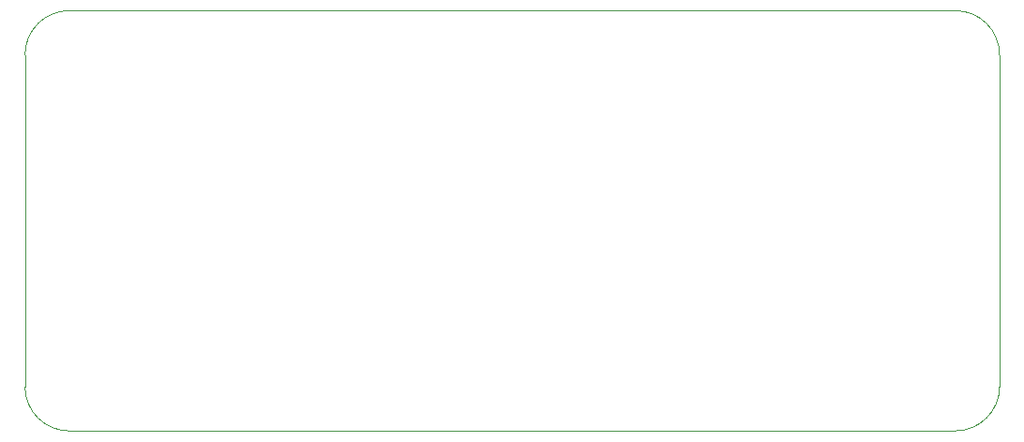
<source format=gbr>
%TF.GenerationSoftware,KiCad,Pcbnew,7.0.1*%
%TF.CreationDate,2023-05-30T08:19:09+02:00*%
%TF.ProjectId,test_SGTL5000,74657374-5f53-4475-944c-353030302e6b,rev?*%
%TF.SameCoordinates,Original*%
%TF.FileFunction,Profile,NP*%
%FSLAX46Y46*%
G04 Gerber Fmt 4.6, Leading zero omitted, Abs format (unit mm)*
G04 Created by KiCad (PCBNEW 7.0.1) date 2023-05-30 08:19:09*
%MOMM*%
%LPD*%
G01*
G04 APERTURE LIST*
%TA.AperFunction,Profile*%
%ADD10C,0.100000*%
%TD*%
G04 APERTURE END LIST*
D10*
X16000000Y-80000000D02*
X16000000Y-50000000D01*
X100000000Y-84000000D02*
X20000000Y-84000000D01*
X104000000Y-50000000D02*
G75*
G03*
X100000000Y-46000000I-4000000J0D01*
G01*
X20000000Y-46000000D02*
G75*
G03*
X16000000Y-50000000I0J-4000000D01*
G01*
X104000000Y-50000000D02*
X104000000Y-80000000D01*
X100000000Y-84000000D02*
G75*
G03*
X104000000Y-80000000I0J4000000D01*
G01*
X16000000Y-80000000D02*
G75*
G03*
X20000000Y-84000000I4000000J0D01*
G01*
X20000000Y-46000000D02*
X100000000Y-46000000D01*
M02*

</source>
